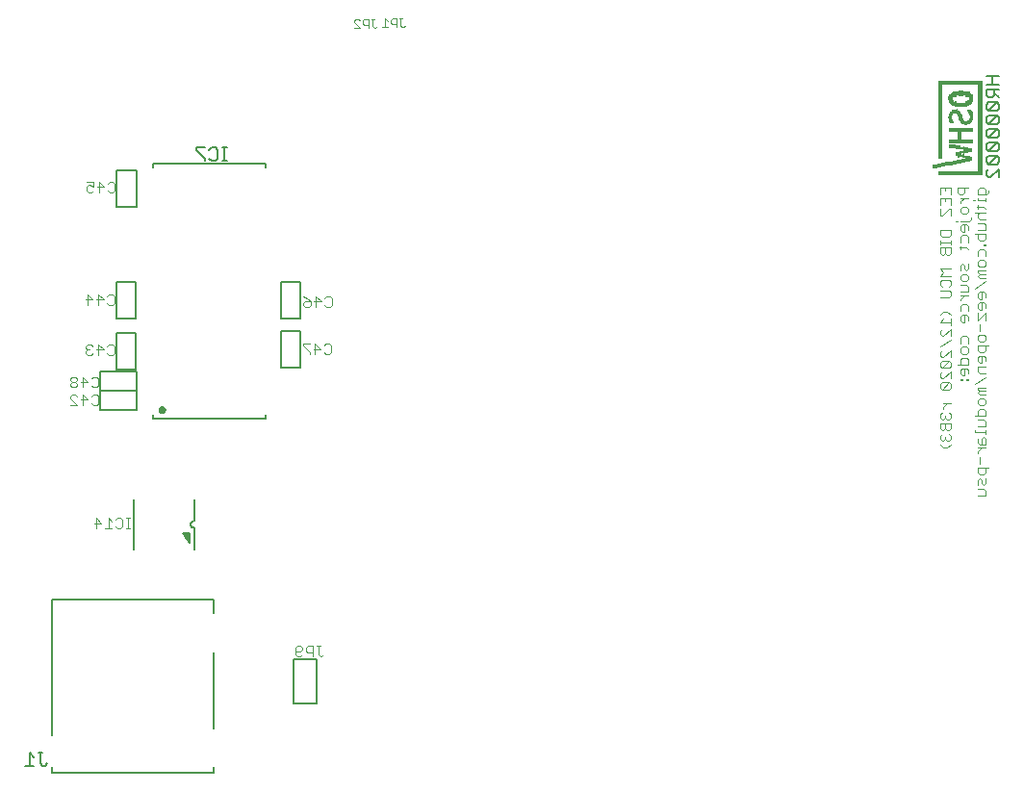
<source format=gbo>
G75*
%MOIN*%
%OFA0B0*%
%FSLAX25Y25*%
%IPPOS*%
%LPD*%
%AMOC8*
5,1,8,0,0,1.08239X$1,22.5*
%
%ADD10C,0.00400*%
%ADD11C,0.00500*%
%ADD12C,0.00600*%
%ADD13C,0.00300*%
%ADD14R,0.00300X0.32700*%
%ADD15R,0.00300X0.01500*%
%ADD16R,0.00300X0.02700*%
%ADD17R,0.00300X0.03000*%
%ADD18R,0.00300X0.03600*%
%ADD19R,0.00300X0.04200*%
%ADD20R,0.00300X0.04800*%
%ADD21R,0.00300X0.04500*%
%ADD22R,0.00300X0.02100*%
%ADD23R,0.00300X0.01800*%
%ADD24R,0.00300X0.01200*%
%ADD25R,0.00300X0.00600*%
%ADD26R,0.00300X0.00900*%
%ADD27R,0.00300X0.02400*%
%ADD28R,0.00300X0.03300*%
%ADD29R,0.00300X0.05400*%
%ADD30R,0.00300X0.03900*%
%ADD31R,0.00300X0.27000*%
D10*
X0269401Y0224575D02*
X0269401Y0228178D01*
X0271202Y0226376D01*
X0268800Y0226376D01*
X0272484Y0224575D02*
X0274886Y0224575D01*
X0273685Y0224575D02*
X0273685Y0228178D01*
X0274886Y0226977D01*
X0276167Y0227577D02*
X0276767Y0228178D01*
X0277968Y0228178D01*
X0278569Y0227577D01*
X0278569Y0225175D01*
X0277968Y0224575D01*
X0276767Y0224575D01*
X0276167Y0225175D01*
X0279823Y0224575D02*
X0281024Y0224575D01*
X0280424Y0224575D02*
X0280424Y0228178D01*
X0281024Y0228178D02*
X0279823Y0228178D01*
X0269678Y0267354D02*
X0268477Y0267354D01*
X0267876Y0267955D01*
X0266595Y0269156D02*
X0264193Y0269156D01*
X0262912Y0270357D02*
X0262312Y0270957D01*
X0261111Y0270957D01*
X0260510Y0270357D01*
X0260510Y0269756D01*
X0262912Y0267354D01*
X0260510Y0267354D01*
X0264794Y0267354D02*
X0264794Y0270957D01*
X0266595Y0269156D01*
X0267876Y0270357D02*
X0268477Y0270957D01*
X0269678Y0270957D01*
X0270278Y0270357D01*
X0270278Y0267955D01*
X0269678Y0267354D01*
X0269628Y0273504D02*
X0268427Y0273504D01*
X0267826Y0274105D01*
X0266545Y0275306D02*
X0264143Y0275306D01*
X0262862Y0275906D02*
X0262862Y0276507D01*
X0262262Y0277107D01*
X0261061Y0277107D01*
X0260460Y0276507D01*
X0260460Y0275906D01*
X0261061Y0275306D01*
X0262262Y0275306D01*
X0262862Y0275906D01*
X0262262Y0275306D02*
X0262862Y0274705D01*
X0262862Y0274105D01*
X0262262Y0273504D01*
X0261061Y0273504D01*
X0260460Y0274105D01*
X0260460Y0274705D01*
X0261061Y0275306D01*
X0264744Y0277107D02*
X0264744Y0273504D01*
X0266545Y0275306D02*
X0264744Y0277107D01*
X0267826Y0276507D02*
X0268427Y0277107D01*
X0269628Y0277107D01*
X0270228Y0276507D01*
X0270228Y0274105D01*
X0269628Y0273504D01*
X0270194Y0284654D02*
X0270194Y0288257D01*
X0271995Y0286456D01*
X0269593Y0286456D01*
X0268312Y0287657D02*
X0267712Y0288257D01*
X0266511Y0288257D01*
X0265910Y0287657D01*
X0265910Y0287056D01*
X0266511Y0286456D01*
X0265910Y0285855D01*
X0265910Y0285255D01*
X0266511Y0284654D01*
X0267712Y0284654D01*
X0268312Y0285255D01*
X0267111Y0286456D02*
X0266511Y0286456D01*
X0273276Y0287657D02*
X0273877Y0288257D01*
X0275078Y0288257D01*
X0275678Y0287657D01*
X0275678Y0285255D01*
X0275078Y0284654D01*
X0273877Y0284654D01*
X0273276Y0285255D01*
X0273877Y0302004D02*
X0273276Y0302605D01*
X0273877Y0302004D02*
X0275078Y0302004D01*
X0275678Y0302605D01*
X0275678Y0305007D01*
X0275078Y0305607D01*
X0273877Y0305607D01*
X0273276Y0305007D01*
X0271995Y0303806D02*
X0269593Y0303806D01*
X0268312Y0303806D02*
X0265910Y0303806D01*
X0266511Y0305607D02*
X0268312Y0303806D01*
X0266511Y0305607D02*
X0266511Y0302004D01*
X0270194Y0302004D02*
X0270194Y0305607D01*
X0271995Y0303806D01*
X0270344Y0341054D02*
X0270344Y0344657D01*
X0272145Y0342856D01*
X0269743Y0342856D01*
X0268462Y0342856D02*
X0267261Y0343456D01*
X0266661Y0343456D01*
X0266060Y0342856D01*
X0266060Y0341655D01*
X0266661Y0341054D01*
X0267862Y0341054D01*
X0268462Y0341655D01*
X0268462Y0342856D02*
X0268462Y0344657D01*
X0266060Y0344657D01*
X0273426Y0344057D02*
X0274027Y0344657D01*
X0275228Y0344657D01*
X0275828Y0344057D01*
X0275828Y0341655D01*
X0275228Y0341054D01*
X0274027Y0341054D01*
X0273426Y0341655D01*
X0341260Y0304957D02*
X0342461Y0304357D01*
X0343662Y0303156D01*
X0341860Y0303156D01*
X0341260Y0302555D01*
X0341260Y0301955D01*
X0341860Y0301354D01*
X0343061Y0301354D01*
X0343662Y0301955D01*
X0343662Y0303156D01*
X0344943Y0303156D02*
X0347345Y0303156D01*
X0345543Y0304957D01*
X0345543Y0301354D01*
X0348626Y0301955D02*
X0349226Y0301354D01*
X0350427Y0301354D01*
X0351028Y0301955D01*
X0351028Y0304357D01*
X0350427Y0304957D01*
X0349226Y0304957D01*
X0348626Y0304357D01*
X0348977Y0288507D02*
X0350178Y0288507D01*
X0350778Y0287907D01*
X0350778Y0285505D01*
X0350178Y0284904D01*
X0348977Y0284904D01*
X0348376Y0285505D01*
X0347095Y0286706D02*
X0344693Y0286706D01*
X0343412Y0285505D02*
X0343412Y0284904D01*
X0343412Y0285505D02*
X0341010Y0287907D01*
X0341010Y0288507D01*
X0343412Y0288507D01*
X0345294Y0288507D02*
X0347095Y0286706D01*
X0348376Y0287907D02*
X0348977Y0288507D01*
X0345294Y0288507D02*
X0345294Y0284904D01*
X0345826Y0183857D02*
X0347027Y0183857D01*
X0346426Y0183857D02*
X0346426Y0180855D01*
X0347027Y0180254D01*
X0347627Y0180254D01*
X0348228Y0180855D01*
X0344545Y0181455D02*
X0342743Y0181455D01*
X0342143Y0182056D01*
X0342143Y0183257D01*
X0342743Y0183857D01*
X0344545Y0183857D01*
X0344545Y0180254D01*
X0340862Y0180855D02*
X0340261Y0180254D01*
X0339060Y0180254D01*
X0338460Y0180855D01*
X0338460Y0183257D01*
X0339060Y0183857D01*
X0340261Y0183857D01*
X0340862Y0183257D01*
X0340862Y0182656D01*
X0340261Y0182056D01*
X0338460Y0182056D01*
X0561775Y0253695D02*
X0562976Y0252494D01*
X0564177Y0252494D01*
X0565378Y0253695D01*
X0564778Y0254976D02*
X0565378Y0255577D01*
X0565378Y0256778D01*
X0564778Y0257378D01*
X0564778Y0258659D02*
X0565378Y0259260D01*
X0565378Y0261061D01*
X0561775Y0261061D01*
X0561775Y0259260D01*
X0562376Y0258659D01*
X0562976Y0258659D01*
X0563577Y0259260D01*
X0563577Y0261061D01*
X0564177Y0262342D02*
X0564778Y0262342D01*
X0565378Y0262943D01*
X0565378Y0264144D01*
X0564778Y0264744D01*
X0563577Y0263543D02*
X0563577Y0262943D01*
X0564177Y0262342D01*
X0563577Y0262943D02*
X0562976Y0262342D01*
X0562376Y0262342D01*
X0561775Y0262943D01*
X0561775Y0264144D01*
X0562376Y0264744D01*
X0562976Y0266012D02*
X0562976Y0266613D01*
X0564177Y0267814D01*
X0565378Y0267814D02*
X0562976Y0267814D01*
X0562376Y0272778D02*
X0564778Y0275180D01*
X0565378Y0274580D01*
X0565378Y0273378D01*
X0564778Y0272778D01*
X0562376Y0272778D01*
X0561775Y0273378D01*
X0561775Y0274580D01*
X0562376Y0275180D01*
X0564778Y0275180D01*
X0565378Y0276461D02*
X0565378Y0278863D01*
X0562976Y0276461D01*
X0562376Y0276461D01*
X0561775Y0277062D01*
X0561775Y0278263D01*
X0562376Y0278863D01*
X0562376Y0280144D02*
X0564778Y0282546D01*
X0565378Y0281946D01*
X0565378Y0280745D01*
X0564778Y0280144D01*
X0562376Y0280144D01*
X0561775Y0280745D01*
X0561775Y0281946D01*
X0562376Y0282546D01*
X0564778Y0282546D01*
X0565378Y0283827D02*
X0565378Y0286229D01*
X0562976Y0283827D01*
X0562376Y0283827D01*
X0561775Y0284428D01*
X0561775Y0285629D01*
X0562376Y0286229D01*
X0561775Y0287511D02*
X0565378Y0289913D01*
X0565378Y0291194D02*
X0565378Y0293596D01*
X0562976Y0291194D01*
X0562376Y0291194D01*
X0561775Y0291794D01*
X0561775Y0292995D01*
X0562376Y0293596D01*
X0561775Y0296078D02*
X0565378Y0296078D01*
X0565378Y0297279D02*
X0565378Y0294877D01*
X0562976Y0297279D02*
X0561775Y0296078D01*
X0561775Y0298533D02*
X0562976Y0299734D01*
X0564177Y0299734D01*
X0565378Y0298533D01*
X0568976Y0297906D02*
X0568976Y0296705D01*
X0569577Y0296105D01*
X0570177Y0296105D01*
X0570177Y0298507D01*
X0569577Y0298507D02*
X0568976Y0297906D01*
X0569577Y0298507D02*
X0570778Y0298507D01*
X0571378Y0297906D01*
X0571378Y0296705D01*
X0571378Y0299788D02*
X0571378Y0301589D01*
X0570778Y0302190D01*
X0569577Y0302190D01*
X0568976Y0301589D01*
X0568976Y0299788D01*
X0568976Y0303458D02*
X0568976Y0304058D01*
X0570177Y0305259D01*
X0571378Y0305259D02*
X0568976Y0305259D01*
X0568976Y0306540D02*
X0571378Y0306540D01*
X0571378Y0308342D01*
X0570778Y0308942D01*
X0568976Y0308942D01*
X0569577Y0310223D02*
X0568976Y0310824D01*
X0568976Y0312025D01*
X0569577Y0312625D01*
X0570778Y0312625D01*
X0571378Y0312025D01*
X0571378Y0310824D01*
X0570778Y0310223D01*
X0569577Y0310223D01*
X0568976Y0313906D02*
X0568976Y0315708D01*
X0569577Y0316308D01*
X0570177Y0315708D01*
X0570177Y0314507D01*
X0570778Y0313906D01*
X0571378Y0314507D01*
X0571378Y0316308D01*
X0574976Y0315735D02*
X0574976Y0316936D01*
X0575577Y0317536D01*
X0576778Y0317536D01*
X0577378Y0316936D01*
X0577378Y0315735D01*
X0576778Y0315134D01*
X0575577Y0315134D01*
X0574976Y0315735D01*
X0574976Y0313853D02*
X0574976Y0313253D01*
X0575577Y0312652D01*
X0574976Y0312052D01*
X0575577Y0311451D01*
X0577378Y0311451D01*
X0577378Y0312652D02*
X0575577Y0312652D01*
X0574976Y0313853D02*
X0577378Y0313853D01*
X0577378Y0310170D02*
X0573775Y0307768D01*
X0575577Y0306487D02*
X0574976Y0305886D01*
X0574976Y0304685D01*
X0575577Y0304085D01*
X0576177Y0304085D01*
X0576177Y0306487D01*
X0575577Y0306487D02*
X0576778Y0306487D01*
X0577378Y0305886D01*
X0577378Y0304685D01*
X0576778Y0302804D02*
X0575577Y0302804D01*
X0574976Y0302203D01*
X0574976Y0301002D01*
X0575577Y0300402D01*
X0576177Y0300402D01*
X0576177Y0302804D01*
X0576778Y0302804D02*
X0577378Y0302203D01*
X0577378Y0301002D01*
X0577378Y0299120D02*
X0577378Y0296718D01*
X0575577Y0295437D02*
X0575577Y0293035D01*
X0575577Y0291754D02*
X0576778Y0291754D01*
X0577378Y0291154D01*
X0577378Y0289953D01*
X0576778Y0289352D01*
X0575577Y0289352D01*
X0574976Y0289953D01*
X0574976Y0291154D01*
X0575577Y0291754D01*
X0574976Y0288071D02*
X0574976Y0286269D01*
X0575577Y0285669D01*
X0576778Y0285669D01*
X0577378Y0286269D01*
X0577378Y0288071D01*
X0578579Y0288071D02*
X0574976Y0288071D01*
X0571378Y0288738D02*
X0571378Y0290540D01*
X0570778Y0291140D01*
X0569577Y0291140D01*
X0568976Y0290540D01*
X0568976Y0288738D01*
X0569577Y0287457D02*
X0570778Y0287457D01*
X0571378Y0286857D01*
X0571378Y0285656D01*
X0570778Y0285055D01*
X0569577Y0285055D01*
X0568976Y0285656D01*
X0568976Y0286857D01*
X0569577Y0287457D01*
X0569577Y0283774D02*
X0568976Y0283174D01*
X0568976Y0281372D01*
X0567775Y0281372D02*
X0571378Y0281372D01*
X0571378Y0283174D01*
X0570778Y0283774D01*
X0569577Y0283774D01*
X0569577Y0280091D02*
X0568976Y0279490D01*
X0568976Y0278289D01*
X0569577Y0277689D01*
X0570177Y0277689D01*
X0570177Y0280091D01*
X0569577Y0280091D02*
X0570778Y0280091D01*
X0571378Y0279490D01*
X0571378Y0278289D01*
X0571378Y0276408D02*
X0570778Y0276408D01*
X0570778Y0275807D01*
X0571378Y0275807D01*
X0571378Y0276408D01*
X0569577Y0276408D02*
X0568976Y0276408D01*
X0568976Y0275807D01*
X0569577Y0275807D01*
X0569577Y0276408D01*
X0573775Y0274620D02*
X0577378Y0277022D01*
X0577378Y0278303D02*
X0575577Y0278303D01*
X0574976Y0278903D01*
X0574976Y0280705D01*
X0577378Y0280705D01*
X0576177Y0281986D02*
X0576177Y0284388D01*
X0575577Y0284388D02*
X0574976Y0283787D01*
X0574976Y0282586D01*
X0575577Y0281986D01*
X0576177Y0281986D01*
X0577378Y0282586D02*
X0577378Y0283787D01*
X0576778Y0284388D01*
X0575577Y0284388D01*
X0574976Y0296718D02*
X0577378Y0299120D01*
X0574976Y0299120D02*
X0574976Y0296718D01*
X0565378Y0305299D02*
X0564778Y0304699D01*
X0561775Y0304699D01*
X0561775Y0307101D02*
X0564778Y0307101D01*
X0565378Y0306500D01*
X0565378Y0305299D01*
X0564778Y0308382D02*
X0565378Y0308982D01*
X0565378Y0310183D01*
X0564778Y0310784D01*
X0562376Y0310784D01*
X0561775Y0310183D01*
X0561775Y0308982D01*
X0562376Y0308382D01*
X0561775Y0312065D02*
X0565378Y0312065D01*
X0565378Y0314467D02*
X0561775Y0314467D01*
X0562976Y0313266D01*
X0561775Y0312065D01*
X0562376Y0319431D02*
X0562976Y0319431D01*
X0563577Y0320032D01*
X0563577Y0321833D01*
X0563577Y0320032D02*
X0564177Y0319431D01*
X0564778Y0319431D01*
X0565378Y0320032D01*
X0565378Y0321833D01*
X0561775Y0321833D01*
X0561775Y0320032D01*
X0562376Y0319431D01*
X0561775Y0323088D02*
X0561775Y0324289D01*
X0561775Y0323688D02*
X0565378Y0323688D01*
X0565378Y0323088D02*
X0565378Y0324289D01*
X0564778Y0325570D02*
X0565378Y0326170D01*
X0565378Y0327972D01*
X0561775Y0327972D01*
X0561775Y0326170D01*
X0562376Y0325570D01*
X0564778Y0325570D01*
X0568976Y0325530D02*
X0568976Y0323728D01*
X0568976Y0322447D02*
X0568976Y0321246D01*
X0568376Y0321847D02*
X0570778Y0321847D01*
X0571378Y0321246D01*
X0571378Y0323728D02*
X0571378Y0325530D01*
X0570778Y0326130D01*
X0569577Y0326130D01*
X0568976Y0325530D01*
X0569577Y0327411D02*
X0570177Y0327411D01*
X0570177Y0329813D01*
X0569577Y0329813D02*
X0568976Y0329213D01*
X0568976Y0328012D01*
X0569577Y0327411D01*
X0571378Y0328012D02*
X0571378Y0329213D01*
X0570778Y0329813D01*
X0569577Y0329813D01*
X0568976Y0331068D02*
X0571979Y0331068D01*
X0572579Y0331668D01*
X0572579Y0332269D01*
X0573775Y0334110D02*
X0577378Y0334110D01*
X0577378Y0335365D02*
X0576778Y0335965D01*
X0574376Y0335965D01*
X0574976Y0335365D02*
X0574976Y0336566D01*
X0574976Y0338421D02*
X0577378Y0338421D01*
X0577378Y0339021D02*
X0577378Y0337820D01*
X0574976Y0338421D02*
X0574976Y0339021D01*
X0574976Y0340302D02*
X0574976Y0342104D01*
X0575577Y0342704D01*
X0576778Y0342704D01*
X0577378Y0342104D01*
X0577378Y0340302D01*
X0577979Y0340302D02*
X0574976Y0340302D01*
X0573775Y0338421D02*
X0573175Y0338421D01*
X0571378Y0339021D02*
X0568976Y0339021D01*
X0568976Y0337820D02*
X0568976Y0337220D01*
X0568976Y0337820D02*
X0570177Y0339021D01*
X0569577Y0340302D02*
X0570177Y0340903D01*
X0570177Y0342704D01*
X0571378Y0342704D02*
X0567775Y0342704D01*
X0567775Y0340903D01*
X0568376Y0340302D01*
X0569577Y0340302D01*
X0565378Y0340302D02*
X0565378Y0342704D01*
X0561775Y0342704D01*
X0561775Y0340302D01*
X0561775Y0339021D02*
X0565378Y0339021D01*
X0565378Y0336619D01*
X0565378Y0335338D02*
X0565378Y0332936D01*
X0565378Y0335338D02*
X0564778Y0335338D01*
X0562376Y0332936D01*
X0561775Y0332936D01*
X0561775Y0335338D01*
X0561775Y0336619D02*
X0561775Y0339021D01*
X0563577Y0339021D02*
X0563577Y0337820D01*
X0563577Y0341503D02*
X0563577Y0342704D01*
X0569577Y0335952D02*
X0570778Y0335952D01*
X0571378Y0335351D01*
X0571378Y0334150D01*
X0570778Y0333550D01*
X0569577Y0333550D01*
X0568976Y0334150D01*
X0568976Y0335351D01*
X0569577Y0335952D01*
X0567775Y0331068D02*
X0567175Y0331068D01*
X0574976Y0330427D02*
X0576778Y0330427D01*
X0577378Y0329827D01*
X0577378Y0328025D01*
X0574976Y0328025D01*
X0574976Y0326744D02*
X0574976Y0324943D01*
X0575577Y0324342D01*
X0576778Y0324342D01*
X0577378Y0324943D01*
X0577378Y0326744D01*
X0573775Y0326744D01*
X0576778Y0323061D02*
X0576778Y0322460D01*
X0577378Y0322460D01*
X0577378Y0323061D01*
X0576778Y0323061D01*
X0576778Y0321219D02*
X0577378Y0320619D01*
X0577378Y0318817D01*
X0574976Y0318817D02*
X0574976Y0320619D01*
X0575577Y0321219D01*
X0576778Y0321219D01*
X0577378Y0331708D02*
X0575577Y0331708D01*
X0574976Y0332309D01*
X0574976Y0333510D01*
X0575577Y0334110D01*
X0577979Y0340302D02*
X0578579Y0340903D01*
X0578579Y0341503D01*
X0577378Y0273338D02*
X0574976Y0273338D01*
X0574976Y0272738D01*
X0575577Y0272137D01*
X0574976Y0271537D01*
X0575577Y0270936D01*
X0577378Y0270936D01*
X0577378Y0272137D02*
X0575577Y0272137D01*
X0575577Y0269655D02*
X0576778Y0269655D01*
X0577378Y0269055D01*
X0577378Y0267854D01*
X0576778Y0267253D01*
X0575577Y0267253D01*
X0574976Y0267854D01*
X0574976Y0269055D01*
X0575577Y0269655D01*
X0575577Y0265972D02*
X0574976Y0265372D01*
X0574976Y0263570D01*
X0573775Y0263570D02*
X0577378Y0263570D01*
X0577378Y0265372D01*
X0576778Y0265972D01*
X0575577Y0265972D01*
X0574976Y0262289D02*
X0576778Y0262289D01*
X0577378Y0261689D01*
X0577378Y0259887D01*
X0574976Y0259887D01*
X0573775Y0258606D02*
X0573775Y0258005D01*
X0577378Y0258005D01*
X0577378Y0257405D02*
X0577378Y0258606D01*
X0576778Y0256150D02*
X0576177Y0255550D01*
X0576177Y0253748D01*
X0575577Y0253748D02*
X0577378Y0253748D01*
X0577378Y0255550D01*
X0576778Y0256150D01*
X0574976Y0255550D02*
X0574976Y0254349D01*
X0575577Y0253748D01*
X0576177Y0252467D02*
X0574976Y0251266D01*
X0574976Y0250666D01*
X0575577Y0249398D02*
X0575577Y0246996D01*
X0574976Y0245715D02*
X0574976Y0243913D01*
X0575577Y0243313D01*
X0576778Y0243313D01*
X0577378Y0243913D01*
X0577378Y0245715D01*
X0578579Y0245715D02*
X0574976Y0245715D01*
X0575577Y0242032D02*
X0574976Y0241431D01*
X0574976Y0239630D01*
X0574976Y0238349D02*
X0576778Y0238349D01*
X0577378Y0237748D01*
X0577378Y0235947D01*
X0574976Y0235947D01*
X0576778Y0239630D02*
X0576177Y0240230D01*
X0576177Y0241431D01*
X0575577Y0242032D01*
X0577378Y0242032D02*
X0577378Y0240230D01*
X0576778Y0239630D01*
X0577378Y0252467D02*
X0574976Y0252467D01*
X0564778Y0254976D02*
X0564177Y0254976D01*
X0563577Y0255577D01*
X0563577Y0256177D01*
X0563577Y0255577D02*
X0562976Y0254976D01*
X0562376Y0254976D01*
X0561775Y0255577D01*
X0561775Y0256778D01*
X0562376Y0257378D01*
X0564177Y0258659D02*
X0564778Y0258659D01*
X0564177Y0258659D02*
X0563577Y0259260D01*
D11*
X0247848Y0142394D02*
X0244846Y0142394D01*
X0246347Y0142394D02*
X0246347Y0146898D01*
X0247848Y0145397D01*
X0249450Y0146898D02*
X0250951Y0146898D01*
X0250200Y0146898D02*
X0250200Y0143145D01*
X0250951Y0142394D01*
X0251701Y0142394D01*
X0252452Y0143145D01*
X0253998Y0141846D02*
X0253998Y0140075D01*
X0310021Y0140075D01*
X0310021Y0141846D01*
X0310021Y0155429D02*
X0310021Y0181610D01*
X0310021Y0195193D02*
X0310021Y0199917D01*
X0253998Y0199917D01*
X0253998Y0153067D01*
X0337908Y0163887D02*
X0345649Y0163887D01*
X0345649Y0179422D01*
X0337908Y0179422D01*
X0337908Y0163887D01*
X0303392Y0217304D02*
X0303392Y0224804D01*
X0303323Y0224806D01*
X0303255Y0224812D01*
X0303187Y0224822D01*
X0303120Y0224835D01*
X0303054Y0224853D01*
X0302989Y0224874D01*
X0302925Y0224899D01*
X0302863Y0224927D01*
X0302802Y0224959D01*
X0302743Y0224994D01*
X0302687Y0225033D01*
X0302632Y0225075D01*
X0302581Y0225120D01*
X0302531Y0225168D01*
X0302485Y0225218D01*
X0302442Y0225271D01*
X0302401Y0225327D01*
X0302364Y0225384D01*
X0302331Y0225444D01*
X0302300Y0225506D01*
X0302274Y0225569D01*
X0302251Y0225633D01*
X0302231Y0225699D01*
X0302216Y0225766D01*
X0302204Y0225833D01*
X0302196Y0225901D01*
X0302192Y0225970D01*
X0302192Y0226038D01*
X0302196Y0226107D01*
X0302204Y0226175D01*
X0302216Y0226242D01*
X0302231Y0226309D01*
X0302251Y0226375D01*
X0302274Y0226439D01*
X0302300Y0226502D01*
X0302331Y0226564D01*
X0302364Y0226624D01*
X0302401Y0226681D01*
X0302442Y0226737D01*
X0302485Y0226790D01*
X0302531Y0226840D01*
X0302581Y0226888D01*
X0302632Y0226933D01*
X0302687Y0226975D01*
X0302743Y0227014D01*
X0302802Y0227049D01*
X0302863Y0227081D01*
X0302925Y0227109D01*
X0302989Y0227134D01*
X0303054Y0227155D01*
X0303120Y0227173D01*
X0303187Y0227186D01*
X0303255Y0227196D01*
X0303323Y0227202D01*
X0303392Y0227204D01*
X0303392Y0234705D01*
X0282526Y0234647D02*
X0282526Y0217304D01*
X0283578Y0265484D02*
X0270979Y0265484D01*
X0270979Y0272224D01*
X0283578Y0272224D01*
X0283578Y0265484D01*
X0291328Y0265554D02*
X0291363Y0265296D01*
X0291462Y0265054D01*
X0291621Y0264847D01*
X0291828Y0264688D01*
X0292070Y0264588D01*
X0292328Y0264554D01*
X0292587Y0264588D01*
X0292828Y0264688D01*
X0293036Y0264847D01*
X0293195Y0265054D01*
X0293294Y0265296D01*
X0293328Y0265554D01*
X0293294Y0265813D01*
X0293195Y0266054D01*
X0293036Y0266261D01*
X0292828Y0266420D01*
X0292587Y0266520D01*
X0292328Y0266554D01*
X0292070Y0266520D01*
X0291828Y0266420D01*
X0291621Y0266261D01*
X0291462Y0266054D01*
X0291363Y0265813D01*
X0291328Y0265554D01*
X0291339Y0265476D02*
X0293318Y0265476D01*
X0293227Y0265975D02*
X0291429Y0265975D01*
X0291956Y0266473D02*
X0292701Y0266473D01*
X0293136Y0264978D02*
X0291521Y0264978D01*
X0283578Y0272234D02*
X0283578Y0278974D01*
X0270979Y0278974D01*
X0270979Y0272234D01*
X0283578Y0272234D01*
X0283149Y0279755D02*
X0276408Y0279755D01*
X0276408Y0292354D01*
X0283149Y0292354D01*
X0283149Y0279755D01*
X0283149Y0297255D02*
X0276408Y0297255D01*
X0276408Y0309854D01*
X0283149Y0309854D01*
X0283149Y0297255D01*
X0333458Y0297205D02*
X0340199Y0297205D01*
X0340199Y0309804D01*
X0333458Y0309804D01*
X0333458Y0297205D01*
X0333508Y0292804D02*
X0333508Y0280205D01*
X0340249Y0280205D01*
X0340249Y0292804D01*
X0333508Y0292804D01*
X0283349Y0335855D02*
X0276608Y0335855D01*
X0276608Y0348454D01*
X0283349Y0348454D01*
X0283349Y0335855D01*
X0307005Y0351954D02*
X0307005Y0352705D01*
X0304003Y0355708D01*
X0304003Y0356458D01*
X0307005Y0356458D01*
X0308607Y0355708D02*
X0309357Y0356458D01*
X0310859Y0356458D01*
X0311609Y0355708D01*
X0311609Y0352705D01*
X0310859Y0351954D01*
X0309357Y0351954D01*
X0308607Y0352705D01*
X0313177Y0351954D02*
X0314678Y0351954D01*
X0313928Y0351954D02*
X0313928Y0356458D01*
X0314678Y0356458D02*
X0313177Y0356458D01*
D12*
X0328067Y0350899D02*
X0289090Y0350899D01*
X0289090Y0349619D01*
X0328067Y0349619D02*
X0328067Y0350899D01*
X0328067Y0263989D02*
X0328067Y0262710D01*
X0289090Y0262710D01*
X0289090Y0263989D01*
X0299428Y0223004D02*
X0301928Y0219504D01*
X0301928Y0223004D01*
X0299428Y0223004D01*
X0299684Y0222646D02*
X0301928Y0222646D01*
X0301928Y0222047D02*
X0300112Y0222047D01*
X0300539Y0221449D02*
X0301928Y0221449D01*
X0301928Y0220850D02*
X0300967Y0220850D01*
X0301395Y0220252D02*
X0301928Y0220252D01*
X0301928Y0219653D02*
X0301822Y0219653D01*
X0577675Y0346908D02*
X0578409Y0346174D01*
X0579143Y0346174D01*
X0582078Y0349110D01*
X0582078Y0346174D01*
X0577675Y0346908D02*
X0577675Y0348376D01*
X0578409Y0349110D01*
X0578409Y0350778D02*
X0581345Y0353714D01*
X0582078Y0352980D01*
X0582078Y0351512D01*
X0581345Y0350778D01*
X0578409Y0350778D01*
X0577675Y0351512D01*
X0577675Y0352980D01*
X0578409Y0353714D01*
X0581345Y0353714D01*
X0581345Y0355382D02*
X0582078Y0356116D01*
X0582078Y0357584D01*
X0581345Y0358318D01*
X0578409Y0355382D01*
X0581345Y0355382D01*
X0581345Y0358318D02*
X0578409Y0358318D01*
X0577675Y0357584D01*
X0577675Y0356116D01*
X0578409Y0355382D01*
X0578409Y0359986D02*
X0581345Y0362922D01*
X0582078Y0362188D01*
X0582078Y0360720D01*
X0581345Y0359986D01*
X0578409Y0359986D01*
X0577675Y0360720D01*
X0577675Y0362188D01*
X0578409Y0362922D01*
X0581345Y0362922D01*
X0581345Y0364590D02*
X0582078Y0365324D01*
X0582078Y0366792D01*
X0581345Y0367526D01*
X0578409Y0364590D01*
X0581345Y0364590D01*
X0581345Y0367526D02*
X0578409Y0367526D01*
X0577675Y0366792D01*
X0577675Y0365324D01*
X0578409Y0364590D01*
X0578409Y0369194D02*
X0581345Y0372130D01*
X0582078Y0371396D01*
X0582078Y0369928D01*
X0581345Y0369194D01*
X0578409Y0369194D01*
X0577675Y0369928D01*
X0577675Y0371396D01*
X0578409Y0372130D01*
X0581345Y0372130D01*
X0582078Y0373798D02*
X0580611Y0375266D01*
X0580611Y0374532D02*
X0580611Y0376734D01*
X0582078Y0376734D02*
X0577675Y0376734D01*
X0577675Y0374532D01*
X0578409Y0373798D01*
X0579877Y0373798D01*
X0580611Y0374532D01*
X0579877Y0378402D02*
X0579877Y0381338D01*
X0582078Y0381338D02*
X0577675Y0381338D01*
X0577675Y0378402D02*
X0582078Y0378402D01*
D13*
X0376418Y0398738D02*
X0375934Y0398254D01*
X0375451Y0398254D01*
X0374967Y0398738D01*
X0374967Y0401157D01*
X0375451Y0401157D02*
X0374483Y0401157D01*
X0373472Y0401157D02*
X0372020Y0401157D01*
X0371537Y0400673D01*
X0371537Y0399706D01*
X0372020Y0399222D01*
X0373472Y0399222D01*
X0373472Y0398254D02*
X0373472Y0401157D01*
X0370525Y0400189D02*
X0369558Y0401157D01*
X0369558Y0398254D01*
X0370525Y0398254D02*
X0368590Y0398254D01*
X0366668Y0398538D02*
X0366184Y0398054D01*
X0365701Y0398054D01*
X0365217Y0398538D01*
X0365217Y0400957D01*
X0365701Y0400957D02*
X0364733Y0400957D01*
X0363722Y0400957D02*
X0362270Y0400957D01*
X0361787Y0400473D01*
X0361787Y0399506D01*
X0362270Y0399022D01*
X0363722Y0399022D01*
X0363722Y0398054D02*
X0363722Y0400957D01*
X0360775Y0400473D02*
X0360291Y0400957D01*
X0359324Y0400957D01*
X0358840Y0400473D01*
X0358840Y0399989D01*
X0360775Y0398054D01*
X0358840Y0398054D01*
D14*
X0575128Y0363254D03*
X0575428Y0363254D03*
X0575728Y0363254D03*
X0576028Y0363254D03*
X0576328Y0363254D03*
D15*
X0573028Y0362654D03*
X0572728Y0362654D03*
X0572428Y0362654D03*
X0572128Y0362654D03*
X0571828Y0362654D03*
X0571528Y0362654D03*
X0571228Y0362654D03*
X0570928Y0362654D03*
X0570628Y0362654D03*
X0570328Y0362654D03*
X0570028Y0362654D03*
X0569728Y0362654D03*
X0569428Y0362654D03*
X0567928Y0362654D03*
X0567628Y0362654D03*
X0567328Y0362654D03*
X0567028Y0362654D03*
X0566728Y0362654D03*
X0566428Y0362654D03*
X0566128Y0362654D03*
X0565828Y0362654D03*
X0565528Y0362654D03*
X0565228Y0362654D03*
X0565228Y0358754D03*
X0565528Y0358754D03*
X0565828Y0358754D03*
X0566128Y0358754D03*
X0566428Y0358754D03*
X0566728Y0358754D03*
X0567028Y0358754D03*
X0567328Y0358754D03*
X0567628Y0358754D03*
X0567928Y0358754D03*
X0569428Y0358754D03*
X0569728Y0358754D03*
X0570028Y0358754D03*
X0570328Y0358754D03*
X0570628Y0358754D03*
X0570928Y0358754D03*
X0571228Y0358754D03*
X0571528Y0358754D03*
X0571828Y0358754D03*
X0572128Y0358754D03*
X0572428Y0358754D03*
X0572728Y0358754D03*
X0573028Y0358754D03*
X0572728Y0355754D03*
X0572428Y0355754D03*
X0572128Y0355754D03*
X0571828Y0355754D03*
X0572428Y0352754D03*
X0572728Y0352754D03*
X0567928Y0354254D03*
X0567628Y0354254D03*
X0567328Y0354254D03*
X0566428Y0351254D03*
X0566428Y0347654D03*
X0566128Y0347654D03*
X0565828Y0347654D03*
X0565528Y0347654D03*
X0565228Y0347654D03*
X0564928Y0347654D03*
X0564628Y0347654D03*
X0564328Y0347654D03*
X0564028Y0347654D03*
X0563728Y0347654D03*
X0563428Y0347654D03*
X0563128Y0347654D03*
X0562828Y0347654D03*
X0562528Y0347654D03*
X0562228Y0347654D03*
X0561928Y0347654D03*
X0561628Y0347654D03*
X0561328Y0347654D03*
X0560728Y0350054D03*
X0562228Y0350354D03*
X0566728Y0347654D03*
X0567028Y0347654D03*
X0567328Y0347654D03*
X0567628Y0347654D03*
X0567928Y0347654D03*
X0568228Y0347654D03*
X0568528Y0347654D03*
X0568828Y0347654D03*
X0569128Y0347654D03*
X0569428Y0347654D03*
X0569728Y0347654D03*
X0570028Y0347654D03*
X0570328Y0347654D03*
X0570628Y0347654D03*
X0570928Y0347654D03*
X0571228Y0347654D03*
X0571528Y0347654D03*
X0571828Y0347654D03*
X0572128Y0347654D03*
X0572428Y0347654D03*
X0572728Y0347654D03*
X0573028Y0347654D03*
X0573328Y0347654D03*
X0573628Y0347654D03*
X0573928Y0347654D03*
X0574228Y0347654D03*
X0574528Y0347654D03*
X0574828Y0347654D03*
X0571228Y0365054D03*
X0570928Y0365054D03*
X0570628Y0365054D03*
X0570328Y0365054D03*
X0570028Y0365354D03*
X0571828Y0365354D03*
X0567628Y0368954D03*
X0567328Y0368954D03*
X0567028Y0368954D03*
X0566728Y0368954D03*
X0567628Y0371354D03*
X0567928Y0371354D03*
X0568228Y0371354D03*
X0568528Y0371354D03*
X0568828Y0371354D03*
X0569128Y0371354D03*
X0569428Y0371354D03*
X0569728Y0371354D03*
X0570028Y0371354D03*
X0570328Y0371354D03*
X0570628Y0371354D03*
X0570628Y0375254D03*
X0570328Y0375254D03*
X0570028Y0375254D03*
X0568228Y0375254D03*
X0567928Y0375254D03*
X0567628Y0375254D03*
X0564928Y0373454D03*
X0566728Y0371654D03*
X0566728Y0378854D03*
X0566428Y0378854D03*
X0566128Y0378854D03*
X0565828Y0378854D03*
X0565528Y0378854D03*
X0565228Y0378854D03*
X0564928Y0378854D03*
X0564628Y0378854D03*
X0564328Y0378854D03*
X0564028Y0378854D03*
X0563728Y0378854D03*
X0563428Y0378854D03*
X0563128Y0378854D03*
X0562828Y0378854D03*
X0567028Y0378854D03*
X0567328Y0378854D03*
X0567628Y0378854D03*
X0567928Y0378854D03*
X0568228Y0378854D03*
X0568528Y0378854D03*
X0568828Y0378854D03*
X0569128Y0378854D03*
X0569428Y0378854D03*
X0569728Y0378854D03*
X0570028Y0378854D03*
X0570328Y0378854D03*
X0570628Y0378854D03*
X0570928Y0378854D03*
X0571228Y0378854D03*
X0571528Y0378854D03*
X0571828Y0378854D03*
X0572128Y0378854D03*
X0572428Y0378854D03*
X0572728Y0378854D03*
X0573028Y0378854D03*
X0573328Y0378854D03*
X0573628Y0378854D03*
X0573928Y0378854D03*
X0574228Y0378854D03*
X0574528Y0378854D03*
X0574828Y0378854D03*
D16*
X0573028Y0373454D03*
D17*
X0573028Y0367304D03*
X0565228Y0366704D03*
X0565228Y0373304D03*
D18*
X0565528Y0373304D03*
X0568828Y0367304D03*
X0569128Y0366704D03*
X0572728Y0373304D03*
D19*
X0572428Y0373304D03*
X0572728Y0367304D03*
X0565828Y0367004D03*
X0565828Y0373304D03*
D20*
X0566128Y0373304D03*
X0572428Y0367304D03*
D21*
X0572128Y0373454D03*
D22*
X0571828Y0371954D03*
X0572128Y0368654D03*
X0572128Y0365654D03*
X0569728Y0365654D03*
X0568228Y0368354D03*
X0570328Y0355754D03*
X0570628Y0355754D03*
X0570928Y0355754D03*
X0569128Y0354254D03*
X0568828Y0354254D03*
X0570928Y0352754D03*
X0571228Y0352754D03*
D23*
X0571528Y0352604D03*
X0571828Y0352604D03*
X0572128Y0352604D03*
X0571528Y0355604D03*
X0571228Y0355604D03*
X0568528Y0354104D03*
X0568228Y0354104D03*
X0566128Y0368504D03*
X0567928Y0368804D03*
X0567328Y0371504D03*
X0567028Y0371504D03*
X0566428Y0371804D03*
X0566428Y0374804D03*
X0566728Y0375104D03*
X0567028Y0375104D03*
X0567328Y0375104D03*
X0568528Y0375404D03*
X0568828Y0375404D03*
X0569128Y0375404D03*
X0569428Y0375404D03*
X0569728Y0375404D03*
X0570928Y0375104D03*
X0571228Y0375104D03*
X0571528Y0375104D03*
X0571828Y0374804D03*
X0571528Y0371804D03*
X0571228Y0371504D03*
X0570928Y0371504D03*
D24*
X0571828Y0369104D03*
X0571528Y0365204D03*
X0566128Y0365504D03*
X0566428Y0368804D03*
X0566428Y0356804D03*
X0566128Y0356804D03*
X0565828Y0356804D03*
X0565528Y0356804D03*
X0565228Y0356804D03*
X0566728Y0356804D03*
X0567028Y0356804D03*
X0567628Y0356504D03*
X0567928Y0356504D03*
X0568228Y0356504D03*
X0568528Y0356504D03*
X0568828Y0356504D03*
X0569728Y0353504D03*
X0570028Y0353504D03*
X0570028Y0352004D03*
X0569728Y0352004D03*
X0569428Y0352004D03*
X0569128Y0351704D03*
X0568828Y0351704D03*
X0568528Y0351704D03*
X0568228Y0351704D03*
X0567928Y0351704D03*
X0567628Y0351404D03*
X0567328Y0351404D03*
X0567028Y0351404D03*
X0566728Y0351404D03*
X0566128Y0351104D03*
X0565828Y0351104D03*
X0565528Y0351104D03*
X0565228Y0351104D03*
X0564928Y0350804D03*
X0564628Y0350804D03*
X0564328Y0350804D03*
X0564028Y0350804D03*
X0563728Y0350804D03*
X0563428Y0350504D03*
X0563128Y0350504D03*
X0562828Y0350504D03*
X0562528Y0350504D03*
X0561928Y0350204D03*
X0561628Y0350204D03*
X0561328Y0350204D03*
X0561028Y0350204D03*
X0560428Y0349904D03*
X0560128Y0349904D03*
X0559828Y0349904D03*
X0559528Y0349904D03*
X0570328Y0352004D03*
X0570628Y0352004D03*
D25*
X0566428Y0365204D03*
X0571528Y0369404D03*
D26*
X0564928Y0366854D03*
X0567328Y0356654D03*
X0569128Y0356354D03*
X0569428Y0356354D03*
X0569728Y0356354D03*
X0569728Y0354854D03*
X0569428Y0354854D03*
X0569428Y0353654D03*
X0570328Y0353354D03*
X0570628Y0353354D03*
D27*
X0570028Y0355604D03*
D28*
X0569428Y0366254D03*
X0568528Y0367754D03*
D29*
X0568528Y0360704D03*
X0568228Y0360704D03*
X0568828Y0360704D03*
X0569128Y0360704D03*
D30*
X0565528Y0366854D03*
D31*
X0562528Y0366104D03*
X0562228Y0366104D03*
X0561928Y0366104D03*
X0561628Y0366104D03*
X0561328Y0366104D03*
M02*

</source>
